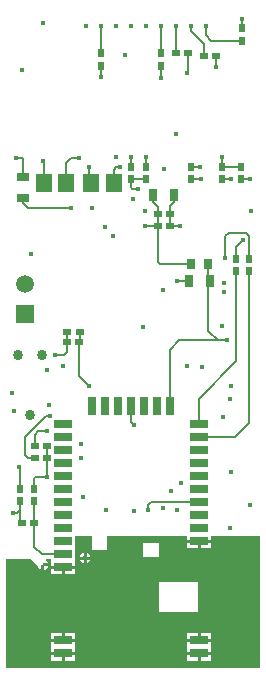
<source format=gbl>
G04 Layer_Physical_Order=6*
G04 Layer_Color=16711680*
%FSLAX24Y24*%
%MOIN*%
G70*
G01*
G75*
%ADD12R,0.0250X0.0200*%
%ADD17R,0.0400X0.0300*%
%ADD18R,0.0300X0.0400*%
%ADD25R,0.0520X0.0600*%
%ADD37C,0.0059*%
%ADD39C,0.0060*%
%ADD40C,0.0340*%
%ADD41R,0.0591X0.0591*%
%ADD42C,0.0591*%
%ADD43C,0.0157*%
%ADD51R,0.0200X0.0250*%
%ADD52R,0.0591X0.0276*%
%ADD53R,0.0276X0.0591*%
%ADD54R,0.0276X0.0354*%
G36*
X8617Y153D02*
X153D01*
Y3780D01*
X945D01*
X1197Y3528D01*
X1200Y3513D01*
X1239Y3454D01*
X1298Y3414D01*
X1318Y3410D01*
Y3583D01*
X1368D01*
Y3633D01*
X1540D01*
X1536Y3652D01*
X1497Y3712D01*
X1470Y3730D01*
X1485Y3780D01*
X1652D01*
Y3554D01*
X2443D01*
Y3699D01*
Y4132D01*
Y4557D01*
X3001D01*
Y4076D01*
X3521D01*
Y4557D01*
X6180D01*
Y4420D01*
X6970D01*
Y4557D01*
X8617D01*
Y153D01*
D02*
G37*
%LPC*%
G36*
X2000Y1301D02*
X1655D01*
Y1113D01*
X2000D01*
Y1301D01*
D02*
G37*
G36*
X6970Y1013D02*
X6180D01*
Y825D01*
Y680D01*
X6970D01*
Y825D01*
Y1013D01*
D02*
G37*
G36*
X2446Y1301D02*
X2100D01*
Y1113D01*
X2446D01*
Y1301D01*
D02*
G37*
G36*
X6970D02*
X6625D01*
Y1113D01*
X6970D01*
Y1301D01*
D02*
G37*
G36*
X6525D02*
X6180D01*
Y1113D01*
X6525D01*
Y1301D01*
D02*
G37*
G36*
X2446Y580D02*
X2100D01*
Y392D01*
X2446D01*
Y580D01*
D02*
G37*
G36*
X2000D02*
X1655D01*
Y392D01*
X2000D01*
Y580D01*
D02*
G37*
G36*
X6525D02*
X6180D01*
Y392D01*
X6525D01*
Y580D01*
D02*
G37*
G36*
X2446Y1013D02*
X1655D01*
Y825D01*
Y680D01*
X2446D01*
Y825D01*
Y1013D01*
D02*
G37*
G36*
X6970Y580D02*
X6625D01*
Y392D01*
X6970D01*
Y580D01*
D02*
G37*
G36*
X6541Y3026D02*
X6531Y3016D01*
X6501Y3016D01*
X5231D01*
Y2006D01*
X6551D01*
Y2974D01*
X6551Y3016D01*
X6541Y3026D01*
D02*
G37*
G36*
X2735Y3972D02*
X2716Y3968D01*
X2657Y3928D01*
X2617Y3869D01*
X2613Y3849D01*
X2735D01*
Y3972D01*
D02*
G37*
G36*
X5241Y4316D02*
X4721D01*
Y3836D01*
X5241D01*
Y4316D01*
D02*
G37*
G36*
X2835Y3972D02*
Y3849D01*
X2958D01*
X2954Y3869D01*
X2914Y3928D01*
X2855Y3968D01*
X2835Y3972D01*
D02*
G37*
G36*
X6970Y4320D02*
X6625D01*
Y4132D01*
X6970D01*
Y4320D01*
D02*
G37*
G36*
X6525D02*
X6180D01*
Y4132D01*
X6525D01*
Y4320D01*
D02*
G37*
G36*
X2443Y3454D02*
X2097D01*
Y3266D01*
X2443D01*
Y3454D01*
D02*
G37*
G36*
X1997D02*
X1652D01*
Y3266D01*
X1997D01*
Y3454D01*
D02*
G37*
G36*
X1540Y3533D02*
X1418D01*
Y3410D01*
X1438Y3414D01*
X1497Y3454D01*
X1536Y3513D01*
X1540Y3533D01*
D02*
G37*
G36*
X2958Y3749D02*
X2835D01*
Y3627D01*
X2855Y3631D01*
X2914Y3670D01*
X2954Y3729D01*
X2958Y3749D01*
D02*
G37*
G36*
X2735D02*
X2613D01*
X2617Y3729D01*
X2657Y3670D01*
X2716Y3631D01*
X2735Y3627D01*
Y3749D01*
D02*
G37*
%LPD*%
D12*
X1083Y4990D02*
D03*
X669D02*
D03*
X2175Y10994D02*
D03*
X2589D02*
D03*
X1516Y7530D02*
D03*
X1102D02*
D03*
X1516Y7146D02*
D03*
X1102D02*
D03*
X2185Y11358D02*
D03*
X2598D02*
D03*
X5197Y15276D02*
D03*
X5610D02*
D03*
X5197Y14862D02*
D03*
X5610D02*
D03*
X6732Y20531D02*
D03*
X7146D02*
D03*
X5797Y20640D02*
D03*
X6211D02*
D03*
D17*
X706Y16505D02*
D03*
Y15805D02*
D03*
D18*
X5057Y15918D02*
D03*
X5757D02*
D03*
X6241Y13049D02*
D03*
X6941D02*
D03*
D25*
X2972Y16319D02*
D03*
X3726D02*
D03*
X2156D02*
D03*
X1401D02*
D03*
D37*
X4311Y8346D02*
Y8878D01*
Y8346D02*
X4409Y8248D01*
X1102Y7530D02*
Y7923D01*
X1220Y8041D01*
X1496D01*
X600Y5059D02*
Y5394D01*
X364Y5305D02*
X512D01*
X600Y5394D01*
Y5709D01*
X4979Y5681D02*
X6575D01*
X4862Y5404D02*
Y5564D01*
X4979Y5681D01*
X6575Y5669D02*
Y5681D01*
X5610Y8878D02*
Y10758D01*
X6575Y8268D02*
Y9124D01*
X8238Y8307D02*
Y13366D01*
X7766Y7835D02*
X8238Y8307D01*
X6575Y7835D02*
X7766D01*
X1083Y4193D02*
Y4990D01*
Y4193D02*
X1339Y3937D01*
X2047D01*
X600Y5059D02*
X669Y4990D01*
X1083Y4990D02*
X1083Y4990D01*
X1083Y4990D02*
Y5709D01*
X7579Y14656D02*
X8150D01*
X7451Y14528D02*
X7579Y14656D01*
X7451Y13809D02*
Y14528D01*
X8150Y14656D02*
X8250Y14556D01*
Y13791D02*
Y14556D01*
X8238Y13780D02*
X8250Y13791D01*
X7815Y14193D02*
X8041Y14419D01*
X7815Y13780D02*
Y14193D01*
X2175Y10679D02*
Y10994D01*
X2087Y10591D02*
X2175Y10679D01*
X1762Y10591D02*
X2087D01*
X2589Y9882D02*
X2913Y9557D01*
X2589Y9882D02*
Y10994D01*
X2598Y11004D02*
Y11358D01*
X2175Y10994D02*
Y11348D01*
X600Y6122D02*
Y6850D01*
X768Y7254D02*
Y7850D01*
Y7254D02*
X876Y7146D01*
X1102D01*
X1516D02*
Y7530D01*
X1461Y8543D02*
X1604D01*
X768Y7850D02*
X1461Y8543D01*
X1516Y6516D02*
Y7146D01*
X1132Y6516D02*
X1516D01*
X1083Y6467D02*
X1132Y6516D01*
X1083Y6122D02*
Y6467D01*
X7194Y11063D02*
X7520D01*
X5916D02*
X7194D01*
X5610Y10758D02*
X5916Y11063D01*
X6870Y11388D02*
Y12978D01*
X6941Y13049D01*
X6870Y11388D02*
X7194Y11063D01*
X7815Y10364D02*
Y13366D01*
X6575Y9124D02*
X7815Y10364D01*
X5856Y13051D02*
X6239D01*
X706Y15642D02*
X866Y15482D01*
X2303D01*
X5610Y14862D02*
Y15276D01*
X1388Y17047D02*
X1401Y17034D01*
Y16319D02*
Y17034D01*
X706Y15642D02*
Y15805D01*
X8022Y21467D02*
X8022Y21467D01*
X6801Y21239D02*
Y21545D01*
Y21239D02*
X6987Y21053D01*
X8022D01*
X4350Y16122D02*
X4528D01*
X4301Y16171D02*
X4350Y16122D01*
X4301Y16171D02*
Y16437D01*
X3799Y16831D02*
X3937D01*
X3726Y16758D02*
X3799Y16831D01*
X3726Y16319D02*
Y16758D01*
X2156Y16319D02*
Y16988D01*
X2303Y17136D01*
X2559D01*
X2913Y16378D02*
X2972Y16319D01*
X2913Y16378D02*
Y16831D01*
X7352Y16850D02*
X7972D01*
X8287Y16437D02*
X8287Y16437D01*
X7972Y16437D02*
X8287D01*
X4774Y14862D02*
X5197D01*
X5610Y15532D02*
X5757Y15678D01*
X5610Y15276D02*
Y15532D01*
X6309Y16427D02*
X6634D01*
X6299Y16437D02*
X6309Y16427D01*
X6299Y16437D02*
X6299Y16437D01*
X6614Y16850D02*
X6614Y16850D01*
X6299Y16850D02*
X6614D01*
X7628Y16437D02*
X7628Y16437D01*
X7352Y16437D02*
X7628D01*
X5057Y15662D02*
Y15918D01*
X5757Y15678D02*
Y15918D01*
X5197Y14862D02*
Y15276D01*
X706Y16505D02*
Y17109D01*
X659Y17156D02*
X706Y17109D01*
X482Y17156D02*
X659D01*
X5295Y19823D02*
X5300Y19828D01*
Y20226D01*
X3297Y19852D02*
X3300Y19855D01*
Y20226D01*
X8022Y21467D02*
Y21781D01*
X7146Y20187D02*
Y20531D01*
X6309Y21368D02*
Y21555D01*
Y21368D02*
X6732Y20945D01*
Y20531D02*
Y20945D01*
X5807Y20650D02*
Y21545D01*
X5797Y20640D02*
X5807Y20650D01*
X6211Y20011D02*
Y20640D01*
X6170Y19970D02*
X6211Y20011D01*
X6870Y12943D02*
Y13602D01*
X5057Y15662D02*
X5197Y15522D01*
Y15276D02*
Y15522D01*
Y13691D02*
Y14862D01*
Y13691D02*
X5285Y13602D01*
X6319D01*
X5610Y14862D02*
X5611Y14862D01*
X5610Y14862D02*
X5955D01*
X7352Y16850D02*
Y17175D01*
X7352Y17175D02*
X7352Y17175D01*
X4301Y16850D02*
Y17175D01*
X4301Y17175D02*
X4301Y17175D01*
X4793Y16850D02*
Y17175D01*
X4793Y17175D01*
X4301Y16437D02*
X4793D01*
X4793Y16437D01*
D39*
X3297Y20643D02*
X3300Y20640D01*
X3297Y20643D02*
Y21555D01*
X5300Y21550D02*
X5305Y21555D01*
X5300Y20640D02*
Y21550D01*
D40*
X1325Y10563D02*
D03*
X525D02*
D03*
X925Y8563D02*
D03*
D41*
X758Y11949D02*
D03*
D42*
Y12949D02*
D03*
D43*
X4409Y8248D02*
D03*
X5374Y5472D02*
D03*
X1496Y8041D02*
D03*
X364Y5305D02*
D03*
X5650Y6053D02*
D03*
X5965Y6299D02*
D03*
X5837Y5404D02*
D03*
X2785Y3799D02*
D03*
X591Y6860D02*
D03*
X6181Y10226D02*
D03*
X6683Y10187D02*
D03*
X7520Y11063D02*
D03*
X7352Y11535D02*
D03*
X7598Y9114D02*
D03*
X7648Y9537D02*
D03*
X1516Y6516D02*
D03*
X5364Y12746D02*
D03*
X4705Y11526D02*
D03*
X4104Y20591D02*
D03*
X4862Y5404D02*
D03*
X7648Y6693D02*
D03*
X7411Y12972D02*
D03*
X7451Y13809D02*
D03*
X1762Y10591D02*
D03*
X2913Y9557D02*
D03*
X2303Y15482D02*
D03*
X1388Y17047D02*
D03*
X3445Y14843D02*
D03*
X3012Y15482D02*
D03*
X3799Y17165D02*
D03*
X4528Y16122D02*
D03*
X3937Y16831D02*
D03*
X2559Y17136D02*
D03*
X2913Y16831D02*
D03*
X5955Y14862D02*
D03*
X8287Y16437D02*
D03*
X7608Y4823D02*
D03*
X4774Y14862D02*
D03*
Y15384D02*
D03*
X6634Y16427D02*
D03*
X6614Y16850D02*
D03*
X344Y9321D02*
D03*
X423Y8720D02*
D03*
X2638Y7136D02*
D03*
X2657Y7608D02*
D03*
X2707Y5846D02*
D03*
X8287Y5591D02*
D03*
X4800Y21555D02*
D03*
X5797Y17953D02*
D03*
X7628Y16437D02*
D03*
X3474Y5394D02*
D03*
X1604Y8543D02*
D03*
X5394Y16762D02*
D03*
X5295Y19823D02*
D03*
X4409Y5384D02*
D03*
X3297Y19852D02*
D03*
X2047Y10207D02*
D03*
X1520Y10069D02*
D03*
X482Y17156D02*
D03*
X3711Y14547D02*
D03*
X974Y13927D02*
D03*
X4370Y15787D02*
D03*
X8317Y15384D02*
D03*
X1358Y21634D02*
D03*
X689Y20069D02*
D03*
X4301Y21555D02*
D03*
X3799D02*
D03*
X2805D02*
D03*
X7352Y17175D02*
D03*
X4793D02*
D03*
X4301D02*
D03*
X3297Y21555D02*
D03*
X5305D02*
D03*
X6801Y21545D02*
D03*
X1575Y8898D02*
D03*
X8022Y21781D02*
D03*
X6309Y21555D02*
D03*
X5807Y21545D02*
D03*
X6170Y19970D02*
D03*
X7146Y20187D02*
D03*
X8041Y14419D02*
D03*
X7411Y12677D02*
D03*
X5856Y13051D02*
D03*
X7372Y8514D02*
D03*
D51*
X7815Y13366D02*
D03*
Y13780D02*
D03*
X8238Y13366D02*
D03*
Y13780D02*
D03*
X600Y6122D02*
D03*
Y5709D02*
D03*
X7972Y16850D02*
D03*
Y16437D02*
D03*
X4301D02*
D03*
Y16850D02*
D03*
X5300Y20640D02*
D03*
Y20226D02*
D03*
X4793Y16850D02*
D03*
Y16437D02*
D03*
X8022Y21053D02*
D03*
Y21467D02*
D03*
X7352Y16437D02*
D03*
Y16850D02*
D03*
X6299Y16437D02*
D03*
Y16850D02*
D03*
X3300Y20640D02*
D03*
Y20226D02*
D03*
X1083Y6122D02*
D03*
Y5709D02*
D03*
D52*
X2047Y3504D02*
D03*
X6575Y4370D02*
D03*
X2047Y5669D02*
D03*
Y5236D02*
D03*
Y8268D02*
D03*
Y7835D02*
D03*
Y4803D02*
D03*
Y6535D02*
D03*
Y3937D02*
D03*
X6575Y4803D02*
D03*
X2047Y4370D02*
D03*
Y6968D02*
D03*
Y6102D02*
D03*
X6575Y7402D02*
D03*
Y5669D02*
D03*
Y5236D02*
D03*
X2047Y7402D02*
D03*
X6575Y6968D02*
D03*
Y6535D02*
D03*
Y6102D02*
D03*
Y7835D02*
D03*
Y8268D02*
D03*
Y1063D02*
D03*
Y630D02*
D03*
X2050Y1063D02*
D03*
Y630D02*
D03*
D53*
X5610Y8878D02*
D03*
X5177D02*
D03*
X3445D02*
D03*
X4744D02*
D03*
X4311D02*
D03*
X3878D02*
D03*
X3012D02*
D03*
D54*
X6319Y13602D02*
D03*
X6870D02*
D03*
M02*

</source>
